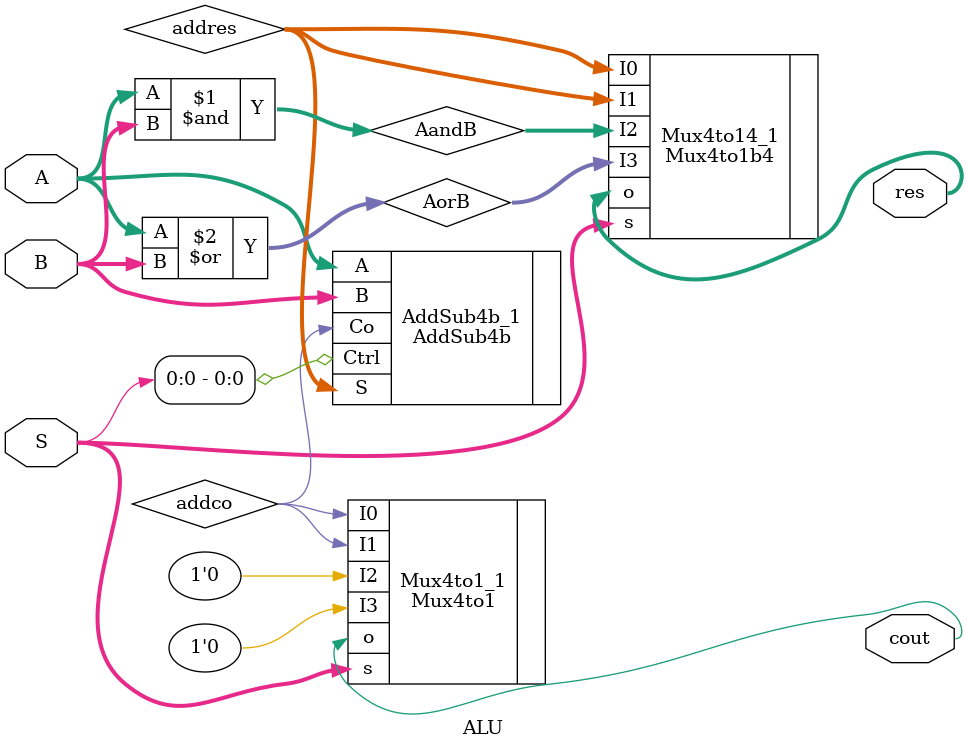
<source format=v>
`timescale 1ns / 1ps


module ALU(
    A,
    B,
    S,
    
    res,
    cout
    );
    
    input[3:0] A;
    input[3:0] B;
    input[1:0] S;
    output[3:0] res;
    output cout;
    
    wire[3:0] AandB;
    wire[3:0] AorB;
    wire[3:0] addres;
    wire addco;
    
    assign AandB = A & B;
    assign AorB = A | B;
    
    AddSub4b AddSub4b_1(
        .Ctrl(S[0]),
        .A(A),
        .B(B),
        .S(addres),
        .Co(addco)
    );
    
    Mux4to1b4 Mux4to14_1(
        .s(S),
        .I0(addres),
        .I1(addres),
        .I2(AandB),
        .I3(AorB),
        .o(res)
    );
    
    Mux4to1 Mux4to1_1(
        .s(S),
        .I0(addco),
        .I1(addco),
        .I2(1'b0),
        .I3(1'b0),
        .o(cout)
    );
    
endmodule

</source>
